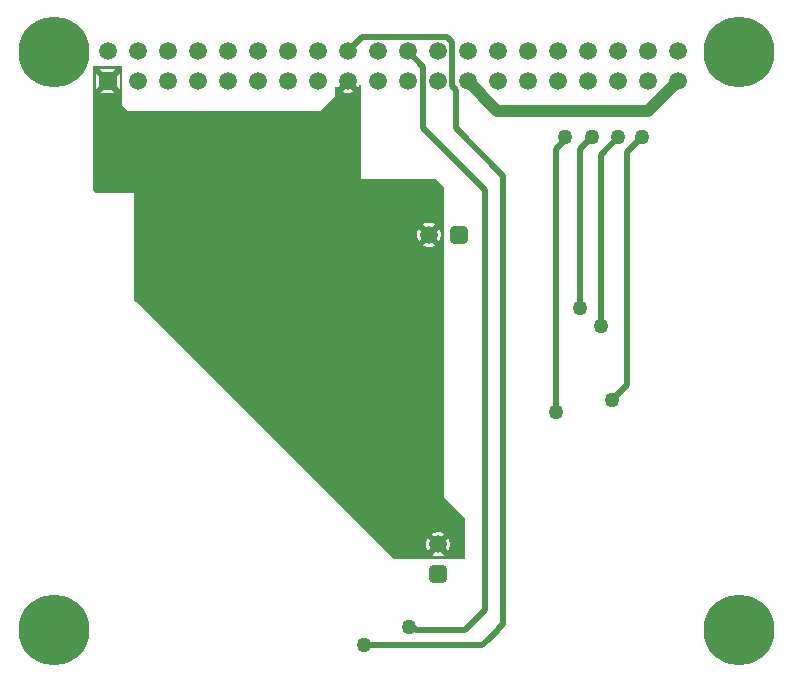
<source format=gbl>
G04*
G04 #@! TF.GenerationSoftware,Altium Limited,Altium Designer,24.10.1 (45)*
G04*
G04 Layer_Physical_Order=2*
G04 Layer_Color=16711680*
%FSLAX44Y44*%
%MOMM*%
G71*
G04*
G04 #@! TF.SameCoordinates,18B26EA7-4F74-4CB2-AD54-755A6D8BF582*
G04*
G04*
G04 #@! TF.FilePolarity,Positive*
G04*
G01*
G75*
%ADD28C,0.5000*%
%ADD29C,1.0000*%
%ADD30R,1.5000X1.5000*%
%ADD31C,1.5000*%
G04:AMPARAMS|DCode=32|XSize=1.52mm|YSize=1.52mm|CornerRadius=0.38mm|HoleSize=0mm|Usage=FLASHONLY|Rotation=90.000|XOffset=0mm|YOffset=0mm|HoleType=Round|Shape=RoundedRectangle|*
%AMROUNDEDRECTD32*
21,1,1.5200,0.7600,0,0,90.0*
21,1,0.7600,1.5200,0,0,90.0*
1,1,0.7600,0.3800,0.3800*
1,1,0.7600,0.3800,-0.3800*
1,1,0.7600,-0.3800,-0.3800*
1,1,0.7600,-0.3800,0.3800*
%
%ADD32ROUNDEDRECTD32*%
%ADD33C,1.5200*%
G04:AMPARAMS|DCode=34|XSize=1.52mm|YSize=1.52mm|CornerRadius=0.38mm|HoleSize=0mm|Usage=FLASHONLY|Rotation=180.000|XOffset=0mm|YOffset=0mm|HoleType=Round|Shape=RoundedRectangle|*
%AMROUNDEDRECTD34*
21,1,1.5200,0.7600,0,0,180.0*
21,1,0.7600,1.5200,0,0,180.0*
1,1,0.7600,-0.3800,0.3800*
1,1,0.7600,0.3800,0.3800*
1,1,0.7600,0.3800,-0.3800*
1,1,0.7600,-0.3800,-0.3800*
%
%ADD34ROUNDEDRECTD34*%
%ADD35C,6.0000*%
%ADD36C,1.2700*%
G36*
X257500Y645000D02*
X262500Y640000D01*
X425000D01*
X437500Y652500D01*
Y659604D01*
X439500Y660139D01*
X439758Y659693D01*
X446634Y666569D01*
X448402Y664801D01*
X450170Y666569D01*
X457046Y659693D01*
X457758Y660926D01*
X458000Y661830D01*
X460000Y661566D01*
Y582500D01*
X522500D01*
X530000Y575000D01*
Y312500D01*
X547500Y295000D01*
Y260000D01*
X487500D01*
X267500Y480000D01*
Y570000D01*
X235000D01*
X232500Y572500D01*
Y677500D01*
X257500D01*
Y645000D01*
D02*
G37*
%LPC*%
G36*
X251706Y674841D02*
X238697D01*
X245202Y668336D01*
X251706Y674841D01*
D02*
G37*
G36*
X255242Y671305D02*
X248738Y664801D01*
X255242Y658296D01*
Y671305D01*
D02*
G37*
G36*
X235162Y671305D02*
Y658296D01*
X241666Y664801D01*
X235162Y671305D01*
D02*
G37*
G36*
X448402Y661265D02*
X443294Y656157D01*
X444527Y655445D01*
X447080Y654761D01*
X449724D01*
X452277Y655445D01*
X453510Y656157D01*
X448402Y661265D01*
D02*
G37*
G36*
X245202D02*
X238697Y654761D01*
X251706D01*
X245202Y661265D01*
D02*
G37*
G36*
X518635Y545140D02*
X515965D01*
X513386Y544449D01*
X512118Y543717D01*
X517300Y538535D01*
X522482Y543717D01*
X521214Y544449D01*
X518635Y545140D01*
D02*
G37*
G36*
X508583Y540182D02*
X507851Y538914D01*
X507160Y536335D01*
Y533665D01*
X507851Y531086D01*
X508583Y529818D01*
X513764Y535000D01*
X508583Y540182D01*
D02*
G37*
G36*
X526017D02*
X520835Y535000D01*
X526017Y529818D01*
X526749Y531086D01*
X527440Y533665D01*
Y536335D01*
X526749Y538914D01*
X526017Y540182D01*
D02*
G37*
G36*
X517300Y531465D02*
X512118Y526283D01*
X513386Y525551D01*
X515965Y524860D01*
X518635D01*
X521214Y525551D01*
X522482Y526283D01*
X517300Y531465D01*
D02*
G37*
G36*
X526335Y282840D02*
X523665D01*
X521086Y282149D01*
X519818Y281417D01*
X525000Y276236D01*
X530182Y281417D01*
X528914Y282149D01*
X526335Y282840D01*
D02*
G37*
G36*
X533717Y277882D02*
X528535Y272700D01*
X533717Y267518D01*
X534449Y268786D01*
X535140Y271365D01*
Y274035D01*
X534449Y276614D01*
X533717Y277882D01*
D02*
G37*
G36*
X516283Y277882D02*
X515551Y276614D01*
X514860Y274035D01*
Y271365D01*
X515551Y268786D01*
X516283Y267518D01*
X521465Y272700D01*
X516283Y277882D01*
D02*
G37*
G36*
X525000Y269164D02*
X519818Y263983D01*
X521086Y263251D01*
X523665Y262560D01*
X526335D01*
X528914Y263251D01*
X530182Y263983D01*
X525000Y269164D01*
D02*
G37*
%LPD*%
D28*
X565000Y217500D02*
Y572500D01*
X512500Y625000D02*
X565000Y572500D01*
X512500Y625000D02*
Y676903D01*
X547500Y200000D02*
X565000Y217500D01*
X501473Y201027D02*
X505752D01*
X506779Y200000D02*
X547500D01*
X500000Y202500D02*
X501473Y201027D01*
X505752D02*
X506779Y200000D01*
X575600Y200700D02*
X580000Y205100D01*
X575600Y200600D02*
Y200700D01*
X562399Y187500D02*
X566800Y191900D01*
X566900D01*
X462500Y187500D02*
X562399D01*
X566900Y191900D02*
X575600Y200600D01*
X580000Y205100D02*
Y585000D01*
X540000Y625000D02*
X580000Y585000D01*
X532071Y702500D02*
X536602Y697969D01*
Y661230D02*
Y697969D01*
Y661230D02*
X540000Y657832D01*
Y625000D02*
Y657832D01*
X499202Y690201D02*
X512500Y676903D01*
X625000Y385000D02*
Y607916D01*
X632500Y615416D01*
Y617500D01*
X685000Y407500D02*
Y605000D01*
X672500Y395000D02*
X685000Y407500D01*
X662500Y457500D02*
Y602500D01*
X677500Y617500D01*
X645000Y472500D02*
Y607500D01*
X655000Y617500D01*
X685000Y605000D02*
X697500Y617500D01*
X677002Y664801D02*
Y667507D01*
X460701Y702500D02*
X532071D01*
X448402Y690201D02*
X460701Y702500D01*
D29*
X574803Y640000D02*
X703001D01*
X550002Y664801D02*
X574803Y640000D01*
X727500Y664499D02*
Y665000D01*
X703001Y640000D02*
X727500Y664499D01*
X447500Y663899D02*
Y665000D01*
X525000Y272500D02*
Y272700D01*
D30*
X245202Y664801D02*
D03*
D31*
Y690201D02*
D03*
X270602Y664801D02*
D03*
Y690201D02*
D03*
X296002Y664801D02*
D03*
Y690201D02*
D03*
X321402Y664801D02*
D03*
Y690201D02*
D03*
X346802Y664801D02*
D03*
Y690201D02*
D03*
X372202Y664801D02*
D03*
Y690201D02*
D03*
X397602Y664801D02*
D03*
Y690201D02*
D03*
X423002Y664801D02*
D03*
Y690201D02*
D03*
X448402Y664801D02*
D03*
Y690201D02*
D03*
X473802Y664801D02*
D03*
Y690201D02*
D03*
X499202Y664801D02*
D03*
Y690201D02*
D03*
X524602Y664801D02*
D03*
Y690201D02*
D03*
X550002Y664801D02*
D03*
Y690201D02*
D03*
X575402Y664801D02*
D03*
Y690201D02*
D03*
X600802Y664801D02*
D03*
Y690201D02*
D03*
X626202Y664801D02*
D03*
Y690201D02*
D03*
X727802D02*
D03*
Y664801D02*
D03*
X702402Y690201D02*
D03*
Y664801D02*
D03*
X677002Y690201D02*
D03*
Y664801D02*
D03*
X651602Y690201D02*
D03*
Y664801D02*
D03*
D32*
X525000Y247300D02*
D03*
D33*
Y272700D02*
D03*
X517300Y535000D02*
D03*
D34*
X542700D02*
D03*
D35*
X780000Y200000D02*
D03*
Y690000D02*
D03*
X200000Y200000D02*
D03*
Y690000D02*
D03*
D36*
X462500Y187500D02*
D03*
X500000Y202500D02*
D03*
X625000Y385000D02*
D03*
X672500Y395000D02*
D03*
X662500Y457500D02*
D03*
X645000Y472500D02*
D03*
X697500Y617500D02*
D03*
X677500D02*
D03*
X655000D02*
D03*
X632500D02*
D03*
M02*

</source>
